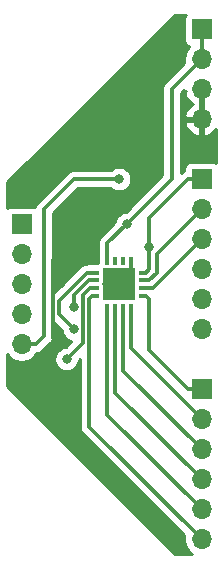
<source format=gbr>
G04 #@! TF.GenerationSoftware,KiCad,Pcbnew,5.1.5-52549c5~84~ubuntu18.04.1*
G04 #@! TF.CreationDate,2020-01-16T16:08:20-05:00*
G04 #@! TF.ProjectId,PIC16LF18326_breakout,50494331-364c-4463-9138-3332365f6272,rev?*
G04 #@! TF.SameCoordinates,Original*
G04 #@! TF.FileFunction,Copper,L1,Top*
G04 #@! TF.FilePolarity,Positive*
%FSLAX46Y46*%
G04 Gerber Fmt 4.6, Leading zero omitted, Abs format (unit mm)*
G04 Created by KiCad (PCBNEW 5.1.5-52549c5~84~ubuntu18.04.1) date 2020-01-16 16:08:21*
%MOMM*%
%LPD*%
G04 APERTURE LIST*
%ADD10O,1.700000X1.700000*%
%ADD11R,1.700000X1.700000*%
%ADD12R,0.350000X0.800000*%
%ADD13R,0.800000X0.350000*%
%ADD14R,2.700000X2.700000*%
%ADD15C,0.800000*%
%ADD16C,0.300000*%
%ADD17C,0.254000*%
G04 APERTURE END LIST*
D10*
X142240000Y-113665000D03*
X142240000Y-111125000D03*
X142240000Y-108585000D03*
X142240000Y-106045000D03*
X142240000Y-103505000D03*
D11*
X142240000Y-100965000D03*
D12*
X135580000Y-111855000D03*
X134930000Y-111855000D03*
X136230000Y-111855000D03*
X134280000Y-111855000D03*
X136230000Y-107855000D03*
X135580000Y-107855000D03*
X134930000Y-107855000D03*
X134280000Y-107855000D03*
D13*
X137255000Y-109530000D03*
X137255000Y-110180000D03*
X137255000Y-108880000D03*
X137255000Y-110830000D03*
X133255000Y-110830000D03*
X133255000Y-110180000D03*
X133255000Y-109530000D03*
X133255000Y-108880000D03*
D14*
X135255000Y-109855000D03*
D10*
X142240000Y-131445000D03*
X142240000Y-128905000D03*
X142240000Y-126365000D03*
X142240000Y-123825000D03*
X142240000Y-121285000D03*
D11*
X142240000Y-118745000D03*
D10*
X142240000Y-95885000D03*
X142240000Y-93345000D03*
X142240000Y-90805000D03*
D11*
X142240000Y-88265000D03*
D10*
X127000000Y-114935000D03*
X127000000Y-112395000D03*
X127000000Y-109855000D03*
X127000000Y-107315000D03*
D11*
X127000000Y-104775000D03*
D15*
X135255000Y-100965000D03*
X137795000Y-106680000D03*
X135890000Y-104775000D03*
X130810000Y-116205000D03*
X131445000Y-113665000D03*
X131445000Y-111760000D03*
X135255000Y-109855000D03*
X130175000Y-114935000D03*
X130175000Y-107315000D03*
X134620000Y-102235000D03*
D16*
X137810002Y-109530000D02*
X138430000Y-108910002D01*
X137255000Y-109530000D02*
X137810002Y-109530000D01*
X138430000Y-107315000D02*
X142240000Y-103505000D01*
X138430000Y-108910002D02*
X138430000Y-107315000D01*
X128202081Y-114935000D02*
X128905000Y-114232081D01*
X127000000Y-114935000D02*
X128202081Y-114935000D01*
X128905000Y-114232081D02*
X128905000Y-105410000D01*
X128905000Y-105410000D02*
X128905000Y-103505000D01*
X128905000Y-103505000D02*
X131445000Y-100965000D01*
X131445000Y-100965000D02*
X135255000Y-100965000D01*
X137255000Y-108880000D02*
X137500000Y-108880000D01*
X137500000Y-108880000D02*
X137795000Y-108585000D01*
X137795000Y-104260000D02*
X141090000Y-100965000D01*
X141090000Y-100965000D02*
X142240000Y-100965000D01*
X137795000Y-108585000D02*
X137795000Y-106680000D01*
X137795000Y-106680000D02*
X137795000Y-104260000D01*
X142240000Y-88265000D02*
X142240000Y-90805000D01*
X139700000Y-93345000D02*
X142240000Y-90805000D01*
X139700000Y-100965000D02*
X139700000Y-93345000D01*
X135890000Y-104775000D02*
X139700000Y-100965000D01*
X134280000Y-106385000D02*
X135890000Y-104775000D01*
X134280000Y-107855000D02*
X134280000Y-106385000D01*
X133255000Y-110180000D02*
X132757118Y-110180000D01*
X132757118Y-110180000D02*
X132195001Y-110742117D01*
X132195001Y-114819999D02*
X130810000Y-116205000D01*
X132195001Y-111644999D02*
X132195001Y-114819999D01*
X132195001Y-110742117D02*
X132195001Y-111644999D01*
X133255000Y-108880000D02*
X132555000Y-108880000D01*
X130877500Y-110557500D02*
X130175000Y-111260000D01*
X132555000Y-108880000D02*
X130877500Y-110557500D01*
X130175000Y-112395000D02*
X131445000Y-113665000D01*
X130175000Y-111260000D02*
X130175000Y-112395000D01*
X131445000Y-110784998D02*
X131445000Y-111760000D01*
X133255000Y-109530000D02*
X132699998Y-109530000D01*
X132699998Y-109530000D02*
X131445000Y-110784998D01*
X137255000Y-110180000D02*
X138105000Y-110180000D01*
X138105000Y-110180000D02*
X139065000Y-109220000D01*
X139065000Y-109220000D02*
X142240000Y-106045000D01*
X133255000Y-110830000D02*
X133010000Y-110830000D01*
X133010000Y-110830000D02*
X132715000Y-111125000D01*
X132715000Y-121920000D02*
X142240000Y-131445000D01*
X132715000Y-111125000D02*
X132715000Y-121920000D01*
X134280000Y-120945000D02*
X142240000Y-128905000D01*
X134280000Y-111855000D02*
X134280000Y-120945000D01*
X134930000Y-119055000D02*
X142240000Y-126365000D01*
X134930000Y-111855000D02*
X134930000Y-119055000D01*
X135580000Y-117165000D02*
X142240000Y-123825000D01*
X135580000Y-111855000D02*
X135580000Y-117165000D01*
X136230000Y-115275000D02*
X142240000Y-121285000D01*
X136230000Y-111855000D02*
X136230000Y-115275000D01*
X137255000Y-110830000D02*
X137500000Y-110830000D01*
X137500000Y-110830000D02*
X137795000Y-111125000D01*
X137795000Y-115450000D02*
X137795000Y-114300000D01*
X141090000Y-118745000D02*
X137795000Y-115450000D01*
X142240000Y-118745000D02*
X141090000Y-118745000D01*
X137795000Y-111125000D02*
X137795000Y-114300000D01*
X142240000Y-93345000D02*
X142240000Y-95885000D01*
X134960000Y-108880000D02*
X133985000Y-109855000D01*
X136230000Y-108880000D02*
X135255000Y-109855000D01*
X136230000Y-107855000D02*
X136230000Y-108880000D01*
X129674990Y-114434990D02*
X129775001Y-114535001D01*
X129775001Y-114535001D02*
X130175000Y-114935000D01*
X129674990Y-107815010D02*
X129674990Y-114434990D01*
X130175000Y-107315000D02*
X129674990Y-107815010D01*
X134620000Y-102870000D02*
X134620000Y-102235000D01*
X130175000Y-107315000D02*
X134620000Y-102870000D01*
D17*
G36*
X130410000Y-113740158D02*
G01*
X130410000Y-113766939D01*
X130449774Y-113966898D01*
X130527795Y-114155256D01*
X130641063Y-114324774D01*
X130785226Y-114468937D01*
X130954744Y-114582205D01*
X131143102Y-114660226D01*
X131227774Y-114677068D01*
X130734843Y-115170000D01*
X130708061Y-115170000D01*
X130508102Y-115209774D01*
X130319744Y-115287795D01*
X130150226Y-115401063D01*
X130006063Y-115545226D01*
X129892795Y-115714744D01*
X129814774Y-115903102D01*
X129775000Y-116103061D01*
X129775000Y-116306939D01*
X129814774Y-116506898D01*
X129892795Y-116695256D01*
X130006063Y-116864774D01*
X130150226Y-117008937D01*
X130319744Y-117122205D01*
X130508102Y-117200226D01*
X130708061Y-117240000D01*
X130911939Y-117240000D01*
X131111898Y-117200226D01*
X131300256Y-117122205D01*
X131469774Y-117008937D01*
X131613937Y-116864774D01*
X131727205Y-116695256D01*
X131805226Y-116506898D01*
X131845000Y-116306939D01*
X131845000Y-116280157D01*
X131930000Y-116195157D01*
X131930001Y-121881437D01*
X131926203Y-121920000D01*
X131941359Y-122073886D01*
X131986246Y-122221859D01*
X131986247Y-122221860D01*
X132059139Y-122358233D01*
X132091011Y-122397068D01*
X132132655Y-122447812D01*
X132132659Y-122447816D01*
X132157237Y-122477764D01*
X132187185Y-122502342D01*
X140792924Y-131108082D01*
X140755000Y-131298740D01*
X140755000Y-131591260D01*
X140812068Y-131878158D01*
X140924010Y-132148411D01*
X141086525Y-132391632D01*
X141293368Y-132598475D01*
X141430345Y-132690000D01*
X139973381Y-132690000D01*
X125755000Y-118471620D01*
X125755000Y-115744655D01*
X125846525Y-115881632D01*
X126053368Y-116088475D01*
X126296589Y-116250990D01*
X126566842Y-116362932D01*
X126853740Y-116420000D01*
X127146260Y-116420000D01*
X127433158Y-116362932D01*
X127703411Y-116250990D01*
X127946632Y-116088475D01*
X128153475Y-115881632D01*
X128262942Y-115717804D01*
X128355968Y-115708641D01*
X128503941Y-115663754D01*
X128640314Y-115590862D01*
X128759845Y-115492764D01*
X128784428Y-115462810D01*
X129432811Y-114814427D01*
X129462764Y-114789845D01*
X129560862Y-114670314D01*
X129633754Y-114533941D01*
X129643638Y-114501359D01*
X129678642Y-114385968D01*
X129689163Y-114279138D01*
X129690000Y-114270642D01*
X129690000Y-114270637D01*
X129693797Y-114232081D01*
X129690000Y-114193525D01*
X129690000Y-113020157D01*
X130410000Y-113740158D01*
G37*
X130410000Y-113740158D02*
X130410000Y-113766939D01*
X130449774Y-113966898D01*
X130527795Y-114155256D01*
X130641063Y-114324774D01*
X130785226Y-114468937D01*
X130954744Y-114582205D01*
X131143102Y-114660226D01*
X131227774Y-114677068D01*
X130734843Y-115170000D01*
X130708061Y-115170000D01*
X130508102Y-115209774D01*
X130319744Y-115287795D01*
X130150226Y-115401063D01*
X130006063Y-115545226D01*
X129892795Y-115714744D01*
X129814774Y-115903102D01*
X129775000Y-116103061D01*
X129775000Y-116306939D01*
X129814774Y-116506898D01*
X129892795Y-116695256D01*
X130006063Y-116864774D01*
X130150226Y-117008937D01*
X130319744Y-117122205D01*
X130508102Y-117200226D01*
X130708061Y-117240000D01*
X130911939Y-117240000D01*
X131111898Y-117200226D01*
X131300256Y-117122205D01*
X131469774Y-117008937D01*
X131613937Y-116864774D01*
X131727205Y-116695256D01*
X131805226Y-116506898D01*
X131845000Y-116306939D01*
X131845000Y-116280157D01*
X131930000Y-116195157D01*
X131930001Y-121881437D01*
X131926203Y-121920000D01*
X131941359Y-122073886D01*
X131986246Y-122221859D01*
X131986247Y-122221860D01*
X132059139Y-122358233D01*
X132091011Y-122397068D01*
X132132655Y-122447812D01*
X132132659Y-122447816D01*
X132157237Y-122477764D01*
X132187185Y-122502342D01*
X140792924Y-131108082D01*
X140755000Y-131298740D01*
X140755000Y-131591260D01*
X140812068Y-131878158D01*
X140924010Y-132148411D01*
X141086525Y-132391632D01*
X141293368Y-132598475D01*
X141430345Y-132690000D01*
X139973381Y-132690000D01*
X125755000Y-118471620D01*
X125755000Y-115744655D01*
X125846525Y-115881632D01*
X126053368Y-116088475D01*
X126296589Y-116250990D01*
X126566842Y-116362932D01*
X126853740Y-116420000D01*
X127146260Y-116420000D01*
X127433158Y-116362932D01*
X127703411Y-116250990D01*
X127946632Y-116088475D01*
X128153475Y-115881632D01*
X128262942Y-115717804D01*
X128355968Y-115708641D01*
X128503941Y-115663754D01*
X128640314Y-115590862D01*
X128759845Y-115492764D01*
X128784428Y-115462810D01*
X129432811Y-114814427D01*
X129462764Y-114789845D01*
X129560862Y-114670314D01*
X129633754Y-114533941D01*
X129643638Y-114501359D01*
X129678642Y-114385968D01*
X129689163Y-114279138D01*
X129690000Y-114270642D01*
X129690000Y-114270637D01*
X129693797Y-114232081D01*
X129690000Y-114193525D01*
X129690000Y-113020157D01*
X130410000Y-113740158D01*
G36*
X140859463Y-87060506D02*
G01*
X140800498Y-87170820D01*
X140764188Y-87290518D01*
X140751928Y-87415000D01*
X140751928Y-89115000D01*
X140764188Y-89239482D01*
X140800498Y-89359180D01*
X140859463Y-89469494D01*
X140938815Y-89566185D01*
X141035506Y-89645537D01*
X141145820Y-89704502D01*
X141218380Y-89726513D01*
X141086525Y-89858368D01*
X140924010Y-90101589D01*
X140812068Y-90371842D01*
X140755000Y-90658740D01*
X140755000Y-90951260D01*
X140792924Y-91141918D01*
X139172185Y-92762658D01*
X139142237Y-92787236D01*
X139117659Y-92817184D01*
X139117655Y-92817188D01*
X139084690Y-92857356D01*
X139044139Y-92906767D01*
X139005177Y-92979660D01*
X138971246Y-93043141D01*
X138926359Y-93191114D01*
X138911203Y-93345000D01*
X138915001Y-93383563D01*
X138915000Y-100639843D01*
X135814843Y-103740000D01*
X135788061Y-103740000D01*
X135588102Y-103779774D01*
X135399744Y-103857795D01*
X135230226Y-103971063D01*
X135086063Y-104115226D01*
X134972795Y-104284744D01*
X134894774Y-104473102D01*
X134855000Y-104673061D01*
X134855000Y-104699843D01*
X133752185Y-105802658D01*
X133722237Y-105827236D01*
X133697659Y-105857184D01*
X133697655Y-105857188D01*
X133682165Y-105876063D01*
X133624139Y-105946767D01*
X133596215Y-105999010D01*
X133551246Y-106083141D01*
X133506359Y-106231114D01*
X133491203Y-106385000D01*
X133495001Y-106423562D01*
X133495000Y-107278392D01*
X133479188Y-107330518D01*
X133466928Y-107455000D01*
X133466928Y-108043053D01*
X133453815Y-108053815D01*
X133443053Y-108066928D01*
X132855000Y-108066928D01*
X132730518Y-108079188D01*
X132678393Y-108095000D01*
X132593552Y-108095000D01*
X132554999Y-108091203D01*
X132516446Y-108095000D01*
X132516439Y-108095000D01*
X132427125Y-108103797D01*
X132401112Y-108106359D01*
X132370986Y-108115498D01*
X132253140Y-108151246D01*
X132116767Y-108224138D01*
X132072071Y-108260820D01*
X132027187Y-108297655D01*
X132027184Y-108297658D01*
X131997236Y-108322236D01*
X131972658Y-108352184D01*
X130349692Y-109975151D01*
X130349687Y-109975155D01*
X129690000Y-110634843D01*
X129690000Y-103830157D01*
X131770158Y-101750000D01*
X134576289Y-101750000D01*
X134595226Y-101768937D01*
X134764744Y-101882205D01*
X134953102Y-101960226D01*
X135153061Y-102000000D01*
X135356939Y-102000000D01*
X135556898Y-101960226D01*
X135745256Y-101882205D01*
X135914774Y-101768937D01*
X136058937Y-101624774D01*
X136172205Y-101455256D01*
X136250226Y-101266898D01*
X136290000Y-101066939D01*
X136290000Y-100863061D01*
X136250226Y-100663102D01*
X136172205Y-100474744D01*
X136058937Y-100305226D01*
X135914774Y-100161063D01*
X135745256Y-100047795D01*
X135556898Y-99969774D01*
X135356939Y-99930000D01*
X135153061Y-99930000D01*
X134953102Y-99969774D01*
X134764744Y-100047795D01*
X134595226Y-100161063D01*
X134576289Y-100180000D01*
X131483552Y-100180000D01*
X131444999Y-100176203D01*
X131406446Y-100180000D01*
X131406439Y-100180000D01*
X131305490Y-100189943D01*
X131291112Y-100191359D01*
X131256672Y-100201806D01*
X131143140Y-100236246D01*
X131006767Y-100309138D01*
X130954187Y-100352290D01*
X130917187Y-100382655D01*
X130917184Y-100382658D01*
X130887236Y-100407236D01*
X130862658Y-100437184D01*
X128377185Y-102922658D01*
X128347237Y-102947236D01*
X128322659Y-102977184D01*
X128322655Y-102977188D01*
X128289690Y-103017356D01*
X128249139Y-103066767D01*
X128210177Y-103139660D01*
X128176246Y-103203141D01*
X128131359Y-103351114D01*
X128130961Y-103355158D01*
X128094180Y-103335498D01*
X127974482Y-103299188D01*
X127850000Y-103286928D01*
X126150000Y-103286928D01*
X126025518Y-103299188D01*
X125905820Y-103335498D01*
X125795506Y-103394463D01*
X125755000Y-103427705D01*
X125755000Y-101238380D01*
X139973381Y-87020000D01*
X140892705Y-87020000D01*
X140859463Y-87060506D01*
G37*
X140859463Y-87060506D02*
X140800498Y-87170820D01*
X140764188Y-87290518D01*
X140751928Y-87415000D01*
X140751928Y-89115000D01*
X140764188Y-89239482D01*
X140800498Y-89359180D01*
X140859463Y-89469494D01*
X140938815Y-89566185D01*
X141035506Y-89645537D01*
X141145820Y-89704502D01*
X141218380Y-89726513D01*
X141086525Y-89858368D01*
X140924010Y-90101589D01*
X140812068Y-90371842D01*
X140755000Y-90658740D01*
X140755000Y-90951260D01*
X140792924Y-91141918D01*
X139172185Y-92762658D01*
X139142237Y-92787236D01*
X139117659Y-92817184D01*
X139117655Y-92817188D01*
X139084690Y-92857356D01*
X139044139Y-92906767D01*
X139005177Y-92979660D01*
X138971246Y-93043141D01*
X138926359Y-93191114D01*
X138911203Y-93345000D01*
X138915001Y-93383563D01*
X138915000Y-100639843D01*
X135814843Y-103740000D01*
X135788061Y-103740000D01*
X135588102Y-103779774D01*
X135399744Y-103857795D01*
X135230226Y-103971063D01*
X135086063Y-104115226D01*
X134972795Y-104284744D01*
X134894774Y-104473102D01*
X134855000Y-104673061D01*
X134855000Y-104699843D01*
X133752185Y-105802658D01*
X133722237Y-105827236D01*
X133697659Y-105857184D01*
X133697655Y-105857188D01*
X133682165Y-105876063D01*
X133624139Y-105946767D01*
X133596215Y-105999010D01*
X133551246Y-106083141D01*
X133506359Y-106231114D01*
X133491203Y-106385000D01*
X133495001Y-106423562D01*
X133495000Y-107278392D01*
X133479188Y-107330518D01*
X133466928Y-107455000D01*
X133466928Y-108043053D01*
X133453815Y-108053815D01*
X133443053Y-108066928D01*
X132855000Y-108066928D01*
X132730518Y-108079188D01*
X132678393Y-108095000D01*
X132593552Y-108095000D01*
X132554999Y-108091203D01*
X132516446Y-108095000D01*
X132516439Y-108095000D01*
X132427125Y-108103797D01*
X132401112Y-108106359D01*
X132370986Y-108115498D01*
X132253140Y-108151246D01*
X132116767Y-108224138D01*
X132072071Y-108260820D01*
X132027187Y-108297655D01*
X132027184Y-108297658D01*
X131997236Y-108322236D01*
X131972658Y-108352184D01*
X130349692Y-109975151D01*
X130349687Y-109975155D01*
X129690000Y-110634843D01*
X129690000Y-103830157D01*
X131770158Y-101750000D01*
X134576289Y-101750000D01*
X134595226Y-101768937D01*
X134764744Y-101882205D01*
X134953102Y-101960226D01*
X135153061Y-102000000D01*
X135356939Y-102000000D01*
X135556898Y-101960226D01*
X135745256Y-101882205D01*
X135914774Y-101768937D01*
X136058937Y-101624774D01*
X136172205Y-101455256D01*
X136250226Y-101266898D01*
X136290000Y-101066939D01*
X136290000Y-100863061D01*
X136250226Y-100663102D01*
X136172205Y-100474744D01*
X136058937Y-100305226D01*
X135914774Y-100161063D01*
X135745256Y-100047795D01*
X135556898Y-99969774D01*
X135356939Y-99930000D01*
X135153061Y-99930000D01*
X134953102Y-99969774D01*
X134764744Y-100047795D01*
X134595226Y-100161063D01*
X134576289Y-100180000D01*
X131483552Y-100180000D01*
X131444999Y-100176203D01*
X131406446Y-100180000D01*
X131406439Y-100180000D01*
X131305490Y-100189943D01*
X131291112Y-100191359D01*
X131256672Y-100201806D01*
X131143140Y-100236246D01*
X131006767Y-100309138D01*
X130954187Y-100352290D01*
X130917187Y-100382655D01*
X130917184Y-100382658D01*
X130887236Y-100407236D01*
X130862658Y-100437184D01*
X128377185Y-102922658D01*
X128347237Y-102947236D01*
X128322659Y-102977184D01*
X128322655Y-102977188D01*
X128289690Y-103017356D01*
X128249139Y-103066767D01*
X128210177Y-103139660D01*
X128176246Y-103203141D01*
X128131359Y-103351114D01*
X128130961Y-103355158D01*
X128094180Y-103335498D01*
X127974482Y-103299188D01*
X127850000Y-103286928D01*
X126150000Y-103286928D01*
X126025518Y-103299188D01*
X125905820Y-103335498D01*
X125795506Y-103394463D01*
X125755000Y-103427705D01*
X125755000Y-101238380D01*
X139973381Y-87020000D01*
X140892705Y-87020000D01*
X140859463Y-87060506D01*
G36*
X127127000Y-109728000D02*
G01*
X127147000Y-109728000D01*
X127147000Y-109982000D01*
X127127000Y-109982000D01*
X127127000Y-110002000D01*
X126873000Y-110002000D01*
X126873000Y-109982000D01*
X126853000Y-109982000D01*
X126853000Y-109728000D01*
X126873000Y-109728000D01*
X126873000Y-109708000D01*
X127127000Y-109708000D01*
X127127000Y-109728000D01*
G37*
X127127000Y-109728000D02*
X127147000Y-109728000D01*
X127147000Y-109982000D01*
X127127000Y-109982000D01*
X127127000Y-110002000D01*
X126873000Y-110002000D01*
X126873000Y-109982000D01*
X126853000Y-109982000D01*
X126853000Y-109728000D01*
X126873000Y-109728000D01*
X126873000Y-109708000D01*
X127127000Y-109708000D01*
X127127000Y-109728000D01*
G36*
X135382000Y-109728000D02*
G01*
X135402000Y-109728000D01*
X135402000Y-109982000D01*
X135382000Y-109982000D01*
X135382000Y-110002000D01*
X135128000Y-110002000D01*
X135128000Y-109982000D01*
X135108000Y-109982000D01*
X135108000Y-109728000D01*
X135128000Y-109728000D01*
X135128000Y-109708000D01*
X135382000Y-109708000D01*
X135382000Y-109728000D01*
G37*
X135382000Y-109728000D02*
X135402000Y-109728000D01*
X135402000Y-109982000D01*
X135382000Y-109982000D01*
X135382000Y-110002000D01*
X135128000Y-110002000D01*
X135128000Y-109982000D01*
X135108000Y-109982000D01*
X135108000Y-109728000D01*
X135128000Y-109728000D01*
X135128000Y-109708000D01*
X135382000Y-109708000D01*
X135382000Y-109728000D01*
G36*
X142367000Y-93218000D02*
G01*
X142387000Y-93218000D01*
X142387000Y-93472000D01*
X142367000Y-93472000D01*
X142367000Y-95758000D01*
X142387000Y-95758000D01*
X142387000Y-96012000D01*
X142367000Y-96012000D01*
X142367000Y-97205814D01*
X142596891Y-97326481D01*
X142871252Y-97229157D01*
X143121355Y-97080178D01*
X143337588Y-96885269D01*
X143460000Y-96721154D01*
X143460000Y-99597189D01*
X143444494Y-99584463D01*
X143334180Y-99525498D01*
X143214482Y-99489188D01*
X143090000Y-99476928D01*
X141390000Y-99476928D01*
X141265518Y-99489188D01*
X141145820Y-99525498D01*
X141035506Y-99584463D01*
X140938815Y-99663815D01*
X140859463Y-99760506D01*
X140800498Y-99870820D01*
X140764188Y-99990518D01*
X140751928Y-100115000D01*
X140751928Y-100255601D01*
X140651767Y-100309138D01*
X140532236Y-100407236D01*
X140507653Y-100437190D01*
X140485000Y-100459843D01*
X140485000Y-96241890D01*
X140798524Y-96241890D01*
X140843175Y-96389099D01*
X140968359Y-96651920D01*
X141142412Y-96885269D01*
X141358645Y-97080178D01*
X141608748Y-97229157D01*
X141883109Y-97326481D01*
X142113000Y-97205814D01*
X142113000Y-96012000D01*
X140919845Y-96012000D01*
X140798524Y-96241890D01*
X140485000Y-96241890D01*
X140485000Y-93670157D01*
X140755000Y-93400157D01*
X140755000Y-93472002D01*
X140919844Y-93472002D01*
X140798524Y-93701890D01*
X140843175Y-93849099D01*
X140968359Y-94111920D01*
X141142412Y-94345269D01*
X141358645Y-94540178D01*
X141484255Y-94615000D01*
X141358645Y-94689822D01*
X141142412Y-94884731D01*
X140968359Y-95118080D01*
X140843175Y-95380901D01*
X140798524Y-95528110D01*
X140919845Y-95758000D01*
X142113000Y-95758000D01*
X142113000Y-93472000D01*
X142093000Y-93472000D01*
X142093000Y-93218000D01*
X142113000Y-93218000D01*
X142113000Y-93198000D01*
X142367000Y-93198000D01*
X142367000Y-93218000D01*
G37*
X142367000Y-93218000D02*
X142387000Y-93218000D01*
X142387000Y-93472000D01*
X142367000Y-93472000D01*
X142367000Y-95758000D01*
X142387000Y-95758000D01*
X142387000Y-96012000D01*
X142367000Y-96012000D01*
X142367000Y-97205814D01*
X142596891Y-97326481D01*
X142871252Y-97229157D01*
X143121355Y-97080178D01*
X143337588Y-96885269D01*
X143460000Y-96721154D01*
X143460000Y-99597189D01*
X143444494Y-99584463D01*
X143334180Y-99525498D01*
X143214482Y-99489188D01*
X143090000Y-99476928D01*
X141390000Y-99476928D01*
X141265518Y-99489188D01*
X141145820Y-99525498D01*
X141035506Y-99584463D01*
X140938815Y-99663815D01*
X140859463Y-99760506D01*
X140800498Y-99870820D01*
X140764188Y-99990518D01*
X140751928Y-100115000D01*
X140751928Y-100255601D01*
X140651767Y-100309138D01*
X140532236Y-100407236D01*
X140507653Y-100437190D01*
X140485000Y-100459843D01*
X140485000Y-96241890D01*
X140798524Y-96241890D01*
X140843175Y-96389099D01*
X140968359Y-96651920D01*
X141142412Y-96885269D01*
X141358645Y-97080178D01*
X141608748Y-97229157D01*
X141883109Y-97326481D01*
X142113000Y-97205814D01*
X142113000Y-96012000D01*
X140919845Y-96012000D01*
X140798524Y-96241890D01*
X140485000Y-96241890D01*
X140485000Y-93670157D01*
X140755000Y-93400157D01*
X140755000Y-93472002D01*
X140919844Y-93472002D01*
X140798524Y-93701890D01*
X140843175Y-93849099D01*
X140968359Y-94111920D01*
X141142412Y-94345269D01*
X141358645Y-94540178D01*
X141484255Y-94615000D01*
X141358645Y-94689822D01*
X141142412Y-94884731D01*
X140968359Y-95118080D01*
X140843175Y-95380901D01*
X140798524Y-95528110D01*
X140919845Y-95758000D01*
X142113000Y-95758000D01*
X142113000Y-93472000D01*
X142093000Y-93472000D01*
X142093000Y-93218000D01*
X142113000Y-93218000D01*
X142113000Y-93198000D01*
X142367000Y-93198000D01*
X142367000Y-93218000D01*
M02*

</source>
